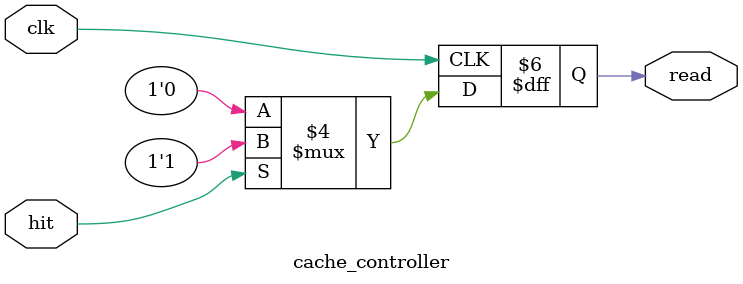
<source format=sv>
`timescale 1ns / 1ps


module cache_controller(clk,hit,read);
    input clk;
    input hit;
    
    output reg read;

    always@(posedge clk)
    begin
        if(hit == 1) begin
            read = 1;
        end
        else begin
            read = 0;
        end
    end
endmodule

</source>
